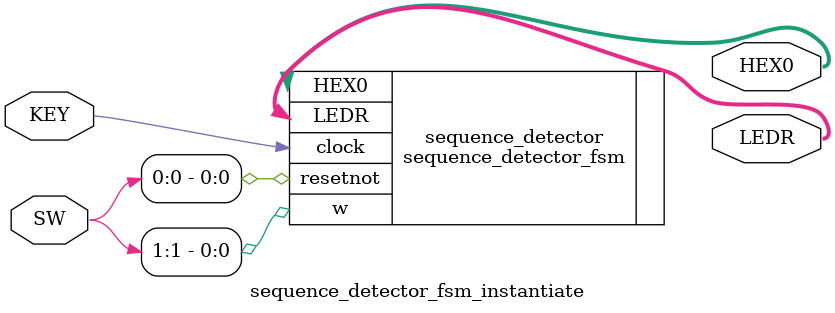
<source format=v>
module sequence_detector_fsm_instantiate(SW, KEY, HEX0, LEDR);
	input  [1:0] SW;
	input  [0:0] KEY;
	output [6:0] HEX0;
	output [9:0] LEDR;

	sequence_detector_fsm sequence_detector(.w(SW[1]),
	                                        .resetnot(SW[0]),
	                                        .clock(KEY[0]),
	                                        .HEX0(HEX0),
	                                        .LEDR(LEDR));
endmodule
</source>
